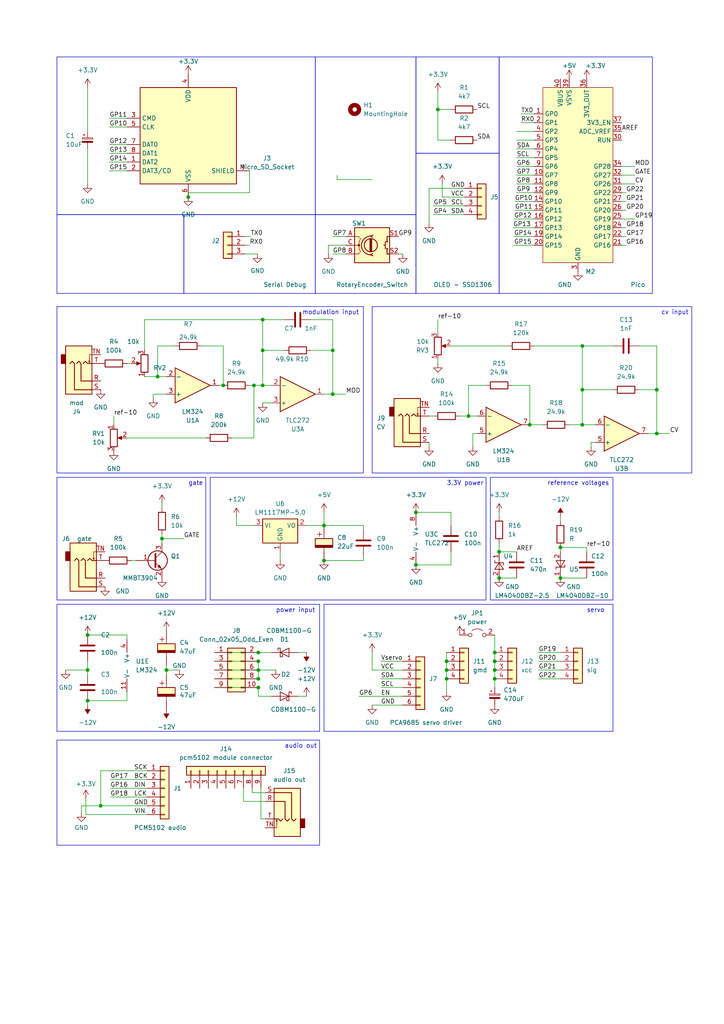
<source format=kicad_sch>
(kicad_sch (version 20230121) (generator eeschema)
  (paper "A4" portrait)
  (junction (at 143.51 194.31))
  (junction (at 74.93 191.77))
  (junction (at 74.93 199.39))
  (junction (at 76.2 111.76))
  (junction (at 143.51 196.85))
  (junction (at 54.61 57.15))
  (junction (at 129.54 196.85))
  (junction (at 168.91 113.03))
  (junction (at 162.56 167.64))
  (junction (at 96.52 101.6))
  (junction (at 129.54 194.31))
  (junction (at 129.54 191.77))
  (junction (at 74.93 194.31))
  (junction (at 74.93 196.85))
  (junction (at 48.26 194.31))
  (junction (at 168.91 123.19))
  (junction (at 190.5 125.73))
  (junction (at 162.56 158.75))
  (junction (at 144.78 167.64))
  (junction (at 93.98 152.4))
  (junction (at 73.66 111.76))
  (junction (at 153.67 123.19))
  (junction (at 76.2 101.6))
  (junction (at 25.4 184.15))
  (junction (at 168.91 100.33))
  (junction (at 144.78 160.02))
  (junction (at 143.51 189.23))
  (junction (at 74.93 189.23))
  (junction (at 25.4 194.31))
  (junction (at 25.4 203.2))
  (junction (at 64.77 111.76))
  (junction (at 45.72 109.22))
  (junction (at 29.21 233.68))
  (junction (at 127 31.75))
  (junction (at 190.5 113.03))
  (junction (at 96.52 114.3))
  (junction (at 76.2 92.71))
  (junction (at 135.89 120.65))
  (junction (at 93.98 162.56))
  (junction (at 46.99 156.21))
  (junction (at 143.51 191.77))
  (junction (at 120.65 148.59))
  (junction (at 120.65 163.83))
  (wire (pts (xy 86.36 189.23) (xy 88.9 189.23)))
  (wire (pts (xy 180.34 63.5) (xy 184.15 63.5)))
  (wire (pts (xy 23.622 233.68) (xy 23.622 235.712)))
  (wire (pts (xy 36.83 184.15) (xy 36.83 185.42)))
  (wire (pts (xy 115.57 73.66) (xy 116.84 73.66)))
  (wire (pts (xy 31.75 34.29) (xy 36.83 34.29)))
  (wire (pts (xy 50.8 100.33) (xy 45.72 100.33)))
  (wire (pts (xy 149.86 45.72) (xy 154.94 45.72)))
  (wire (pts (xy 180.34 66.04) (xy 181.61 66.04)))
  (wire (pts (xy 46.99 156.21) (xy 46.99 157.48)))
  (wire (pts (xy 149.86 43.18) (xy 154.94 43.18)))
  (wire (pts (xy 48.26 194.31) (xy 52.07 194.31)))
  (wire (pts (xy 130.81 163.83) (xy 120.65 163.83)))
  (wire (pts (xy 68.58 149.86) (xy 68.58 152.4)))
  (wire (pts (xy 171.45 129.54) (xy 171.45 128.27)))
  (wire (pts (xy 41.91 109.22) (xy 45.72 109.22)))
  (wire (pts (xy 31.75 49.53) (xy 36.83 49.53)))
  (wire (pts (xy 64.77 111.76) (xy 63.5 111.76)))
  (wire (pts (xy 24.892 231.648) (xy 24.892 236.22)))
  (wire (pts (xy 130.81 148.59) (xy 130.81 152.4)))
  (wire (pts (xy 143.51 189.23) (xy 143.51 191.77)))
  (wire (pts (xy 41.91 92.71) (xy 41.91 101.6)))
  (wire (pts (xy 190.5 100.33) (xy 190.5 113.03)))
  (wire (pts (xy 143.51 184.15) (xy 143.51 189.23)))
  (wire (pts (xy 96.52 92.71) (xy 96.52 101.6)))
  (wire (pts (xy 180.34 55.88) (xy 181.61 55.88)))
  (wire (pts (xy 105.41 162.56) (xy 93.98 162.56)))
  (wire (pts (xy 125.73 62.23) (xy 134.62 62.23)))
  (wire (pts (xy 124.46 120.65) (xy 125.73 120.65)))
  (wire (pts (xy 110.49 191.77) (xy 116.84 191.77)))
  (wire (pts (xy 75.692 228.6) (xy 75.692 237.49)))
  (wire (pts (xy 33.02 120.65) (xy 33.02 123.19)))
  (wire (pts (xy 90.17 92.71) (xy 96.52 92.71)))
  (wire (pts (xy 143.51 196.85) (xy 143.51 199.39)))
  (wire (pts (xy 48.26 193.04) (xy 48.26 194.31)))
  (wire (pts (xy 58.42 100.33) (xy 64.77 100.33)))
  (wire (pts (xy 149.86 50.8) (xy 154.94 50.8)))
  (wire (pts (xy 190.5 125.73) (xy 194.31 125.73)))
  (wire (pts (xy 180.34 68.58) (xy 181.61 68.58)))
  (wire (pts (xy 97.79 52.07) (xy 107.95 52.07)))
  (wire (pts (xy 71.12 71.12) (xy 72.39 71.12)))
  (wire (pts (xy 88.9 152.4) (xy 93.98 152.4)))
  (wire (pts (xy 156.21 194.31) (xy 162.56 194.31)))
  (wire (pts (xy 149.86 40.64) (xy 154.94 40.64)))
  (wire (pts (xy 96.52 101.6) (xy 96.52 114.3)))
  (wire (pts (xy 19.05 194.31) (xy 25.4 194.31)))
  (wire (pts (xy 143.51 194.31) (xy 143.51 196.85)))
  (wire (pts (xy 76.2 111.76) (xy 76.2 101.6)))
  (wire (pts (xy 29.21 223.52) (xy 29.21 233.68)))
  (wire (pts (xy 168.91 113.03) (xy 177.8 113.03)))
  (wire (pts (xy 135.89 120.65) (xy 138.43 120.65)))
  (wire (pts (xy 76.962 232.41) (xy 70.612 232.41)))
  (wire (pts (xy 90.17 101.6) (xy 96.52 101.6)))
  (wire (pts (xy 165.1 123.19) (xy 168.91 123.19)))
  (wire (pts (xy 171.45 128.27) (xy 172.72 128.27)))
  (wire (pts (xy 71.12 73.66) (xy 74.676 73.66)))
  (wire (pts (xy 72.39 55.88) (xy 54.61 55.88)))
  (wire (pts (xy 44.45 115.57) (xy 44.45 114.3)))
  (wire (pts (xy 144.78 160.02) (xy 149.86 160.02)))
  (wire (pts (xy 125.73 59.69) (xy 134.62 59.69)))
  (wire (pts (xy 76.2 92.71) (xy 82.55 92.71)))
  (wire (pts (xy 31.75 46.99) (xy 36.83 46.99)))
  (wire (pts (xy 107.95 194.31) (xy 116.84 194.31)))
  (wire (pts (xy 32.004 228.6) (xy 42.672 228.6)))
  (wire (pts (xy 168.91 123.19) (xy 172.72 123.19)))
  (wire (pts (xy 149.86 38.1) (xy 154.94 38.1)))
  (wire (pts (xy 29.21 233.68) (xy 42.672 233.68)))
  (wire (pts (xy 24.892 236.22) (xy 42.672 236.22)))
  (wire (pts (xy 149.098 71.12) (xy 154.94 71.12)))
  (wire (pts (xy 75.692 237.49) (xy 76.962 237.49)))
  (wire (pts (xy 162.56 149.86) (xy 162.56 151.13)))
  (wire (pts (xy 170.18 158.75) (xy 162.56 158.75)))
  (wire (pts (xy 48.26 194.31) (xy 48.26 195.58)))
  (wire (pts (xy 110.49 199.39) (xy 116.84 199.39)))
  (wire (pts (xy 151.13 33.02) (xy 154.94 33.02)))
  (wire (pts (xy 130.81 40.64) (xy 127 40.64)))
  (wire (pts (xy 149.86 48.26) (xy 154.94 48.26)))
  (wire (pts (xy 180.34 58.42) (xy 181.61 58.42)))
  (wire (pts (xy 73.152 228.6) (xy 73.152 229.87)))
  (wire (pts (xy 96.52 114.3) (xy 100.33 114.3)))
  (wire (pts (xy 130.81 160.02) (xy 130.81 163.83)))
  (wire (pts (xy 74.93 194.31) (xy 80.01 194.31)))
  (wire (pts (xy 190.5 125.73) (xy 187.96 125.73)))
  (wire (pts (xy 23.622 233.68) (xy 29.21 233.68)))
  (wire (pts (xy 127 92.71) (xy 127 96.52)))
  (wire (pts (xy 162.56 158.75) (xy 162.56 160.02)))
  (wire (pts (xy 31.75 36.83) (xy 36.83 36.83)))
  (wire (pts (xy 62.23 196.85) (xy 74.93 196.85)))
  (wire (pts (xy 72.39 111.76) (xy 73.66 111.76)))
  (wire (pts (xy 97.79 50.8) (xy 97.79 52.07)))
  (wire (pts (xy 149.86 55.88) (xy 154.94 55.88)))
  (wire (pts (xy 36.83 105.41) (xy 38.1 105.41)))
  (wire (pts (xy 128.27 53.34) (xy 128.27 57.15)))
  (wire (pts (xy 170.18 160.02) (xy 170.18 158.75)))
  (wire (pts (xy 25.4 194.31) (xy 25.4 191.77)))
  (wire (pts (xy 31.75 44.45) (xy 36.83 44.45)))
  (wire (pts (xy 46.99 156.21) (xy 53.34 156.21)))
  (wire (pts (xy 67.31 127) (xy 73.66 127)))
  (wire (pts (xy 76.2 92.71) (xy 41.91 92.71)))
  (wire (pts (xy 153.67 123.19) (xy 157.48 123.19)))
  (wire (pts (xy 45.72 100.33) (xy 45.72 109.22)))
  (wire (pts (xy 137.16 125.73) (xy 138.43 125.73)))
  (wire (pts (xy 31.75 41.91) (xy 36.83 41.91)))
  (wire (pts (xy 130.81 100.33) (xy 147.32 100.33)))
  (wire (pts (xy 149.86 53.34) (xy 154.94 53.34)))
  (wire (pts (xy 144.78 167.64) (xy 149.86 167.64)))
  (wire (pts (xy 127 26.67) (xy 127 31.75)))
  (wire (pts (xy 149.352 60.96) (xy 154.94 60.96)))
  (wire (pts (xy 180.34 53.34) (xy 184.15 53.34)))
  (wire (pts (xy 124.46 129.54) (xy 124.46 128.27)))
  (wire (pts (xy 156.21 189.23) (xy 162.56 189.23)))
  (wire (pts (xy 180.34 48.26) (xy 184.15 48.26)))
  (wire (pts (xy 44.45 114.3) (xy 48.26 114.3)))
  (wire (pts (xy 129.54 191.77) (xy 129.54 194.31)))
  (wire (pts (xy 74.93 201.93) (xy 78.74 201.93)))
  (wire (pts (xy 62.23 199.39) (xy 74.93 199.39)))
  (wire (pts (xy 76.2 101.6) (xy 82.55 101.6)))
  (wire (pts (xy 120.65 148.59) (xy 130.81 148.59)))
  (wire (pts (xy 74.93 189.23) (xy 78.74 189.23)))
  (wire (pts (xy 107.95 189.23) (xy 107.95 194.31)))
  (wire (pts (xy 110.49 196.85) (xy 116.84 196.85)))
  (wire (pts (xy 190.5 113.03) (xy 190.5 125.73)))
  (wire (pts (xy 64.77 100.33) (xy 64.77 111.76)))
  (wire (pts (xy 153.67 111.76) (xy 153.67 123.19)))
  (wire (pts (xy 151.13 35.56) (xy 154.94 35.56)))
  (wire (pts (xy 180.34 60.96) (xy 181.61 60.96)))
  (wire (pts (xy 127 31.75) (xy 127 40.64)))
  (wire (pts (xy 154.94 100.33) (xy 168.91 100.33)))
  (wire (pts (xy 93.98 152.4) (xy 105.41 152.4)))
  (wire (pts (xy 36.83 200.66) (xy 36.83 203.2)))
  (wire (pts (xy 46.99 146.05) (xy 46.99 147.32)))
  (wire (pts (xy 73.66 111.76) (xy 76.2 111.76)))
  (wire (pts (xy 95.25 71.12) (xy 95.25 73.66)))
  (wire (pts (xy 135.89 111.76) (xy 135.89 120.65)))
  (wire (pts (xy 45.72 109.22) (xy 48.26 109.22)))
  (wire (pts (xy 105.41 152.4) (xy 105.41 153.67)))
  (wire (pts (xy 38.1 162.56) (xy 39.37 162.56)))
  (wire (pts (xy 180.34 50.8) (xy 184.15 50.8)))
  (wire (pts (xy 144.78 148.59) (xy 144.78 149.86)))
  (wire (pts (xy 127 31.75) (xy 130.81 31.75)))
  (wire (pts (xy 74.93 191.77) (xy 74.93 194.31)))
  (wire (pts (xy 185.42 113.03) (xy 190.5 113.03)))
  (wire (pts (xy 168.91 100.33) (xy 168.91 113.03)))
  (wire (pts (xy 62.23 194.31) (xy 74.93 194.31)))
  (wire (pts (xy 93.98 152.4) (xy 93.98 148.59)))
  (wire (pts (xy 129.54 189.23) (xy 129.54 191.77)))
  (wire (pts (xy 73.66 152.4) (xy 68.58 152.4)))
  (wire (pts (xy 96.52 114.3) (xy 93.98 114.3)))
  (wire (pts (xy 127 104.14) (xy 127 105.41)))
  (wire (pts (xy 140.97 111.76) (xy 135.89 111.76)))
  (wire (pts (xy 149.098 68.58) (xy 154.94 68.58)))
  (wire (pts (xy 134.62 57.15) (xy 128.27 57.15)))
  (wire (pts (xy 129.54 194.31) (xy 129.54 196.85)))
  (wire (pts (xy 73.66 127) (xy 73.66 111.76)))
  (wire (pts (xy 36.83 203.2) (xy 25.4 203.2)))
  (wire (pts (xy 71.12 68.58) (xy 72.644 68.58)))
  (wire (pts (xy 124.46 54.61) (xy 124.46 64.77)))
  (wire (pts (xy 107.95 204.47) (xy 116.84 204.47)))
  (wire (pts (xy 156.21 191.77) (xy 162.56 191.77)))
  (wire (pts (xy 46.99 154.94) (xy 46.99 156.21)))
  (wire (pts (xy 76.2 116.84) (xy 78.74 116.84)))
  (wire (pts (xy 168.91 100.33) (xy 177.8 100.33)))
  (wire (pts (xy 32.004 226.06) (xy 42.672 226.06)))
  (wire (pts (xy 137.16 129.54) (xy 137.16 125.73)))
  (wire (pts (xy 36.83 184.15) (xy 25.4 184.15)))
  (wire (pts (xy 96.52 68.58) (xy 100.33 68.58)))
  (wire (pts (xy 54.61 55.88) (xy 54.61 57.15)))
  (wire (pts (xy 25.4 25.4) (xy 25.4 38.1)))
  (wire (pts (xy 70.612 232.41) (xy 70.612 228.6)))
  (wire (pts (xy 76.2 101.6) (xy 76.2 92.71)))
  (wire (pts (xy 29.21 223.52) (xy 42.672 223.52)))
  (wire (pts (xy 25.4 203.2) (xy 25.4 204.47)))
  (wire (pts (xy 148.59 111.76) (xy 153.67 111.76)))
  (wire (pts (xy 162.56 167.64) (xy 170.18 167.64)))
  (wire (pts (xy 129.54 196.85) (xy 129.54 200.66)))
  (wire (pts (xy 25.4 43.18) (xy 25.4 53.34)))
  (wire (pts (xy 104.14 201.93) (xy 116.84 201.93)))
  (wire (pts (xy 36.83 127) (xy 59.69 127)))
  (wire (pts (xy 156.21 196.85) (xy 162.56 196.85)))
  (wire (pts (xy 185.42 100.33) (xy 190.5 100.33)))
  (wire (pts (xy 96.52 73.66) (xy 100.33 73.66)))
  (wire (pts (xy 100.33 71.12) (xy 95.25 71.12)))
  (wire (pts (xy 168.91 123.19) (xy 168.91 113.03)))
  (wire (pts (xy 149.098 63.5) (xy 154.94 63.5)))
  (wire (pts (xy 124.46 54.61) (xy 134.62 54.61)))
  (wire (pts (xy 72.39 49.53) (xy 72.39 55.88)))
  (wire (pts (xy 143.51 191.77) (xy 143.51 194.31)))
  (wire (pts (xy 180.34 71.12) (xy 181.61 71.12)))
  (wire (pts (xy 86.36 201.93) (xy 88.9 201.93)))
  (wire (pts (xy 105.41 162.56) (xy 105.41 161.29)))
  (wire (pts (xy 144.78 157.48) (xy 144.78 160.02)))
  (wire (pts (xy 25.4 194.31) (xy 25.4 195.58)))
  (wire (pts (xy 73.152 229.87) (xy 76.962 229.87)))
  (wire (pts (xy 148.844 66.04) (xy 154.94 66.04)))
  (wire (pts (xy 133.35 120.65) (xy 135.89 120.65)))
  (wire (pts (xy 74.93 194.31) (xy 74.93 196.85)))
  (wire (pts (xy 74.93 201.93) (xy 74.93 199.39)))
  (wire (pts (xy 149.352 58.42) (xy 154.94 58.42)))
  (wire (pts (xy 81.28 160.02) (xy 81.28 162.56)))
  (wire (pts (xy 32.004 231.14) (xy 42.672 231.14)))
  (wire (pts (xy 76.2 111.76) (xy 78.74 111.76)))
  (wire (pts (xy 62.23 191.77) (xy 74.93 191.77)))
  (wire (pts (xy 62.23 189.23) (xy 74.93 189.23)))
  (rectangle (start 93.98 175.26) (end 177.8 212.09))
  (rectangle (start 120.65 44.45) (end 144.78 85.09))
  (rectangle (start 91.44 62.23) (end 120.65 85.09))
  (rectangle (start 16.51 16.51) (end 91.44 62.23))
  (rectangle (start 144.78 16.51) (end 189.23 85.09))
  (rectangle (start 16.51 175.26) (end 92.71 212.09))
  (rectangle (start 16.51 138.43) (end 59.69 173.99))
  (rectangle (start 120.65 16.51) (end 144.78 44.45))
  (rectangle (start 91.44 16.51) (end 120.65 62.23))
  (rectangle (start 16.51 62.23) (end 53.34 85.09))
  (rectangle (start 16.51 214.63) (end 92.71 245.11))
  (rectangle (start 60.96 138.43) (end 140.97 173.99))
  (rectangle (start 16.51 88.9) (end 105.41 137.16))
  (rectangle (start 142.24 138.43) (end 177.8 173.99))
  (rectangle (start 107.95 88.9) (end 200.66 137.16))
  (rectangle (start 53.34 62.23) (end 91.44 85.09))
  (text "cv input" (at 191.77 91.44 0) (effects (font (size 1.27 1.27)) (justify left bottom)))
  (text "3.3V power" (at 129.54 140.97 0) (effects (font (size 1.27 1.27)) (justify left bottom)))
  (text "power input" (at 80.01 177.8 0) (effects (font (size 1.27 1.27)) (justify left bottom)))
  (text "audio out" (at 82.55 217.17 0) (effects (font (size 1.27 1.27)) (justify left bottom)))
  (text "reference voltages" (at 158.75 140.97 0) (effects (font (size 1.27 1.27)) (justify left bottom)))
  (text "modulation input" (at 87.63 91.44 0) (effects (font (size 1.27 1.27)) (justify left bottom)))
  (text "gate" (at 54.61 140.97 0) (effects (font (size 1.27 1.27)) (justify left bottom)))
  (text "servo\n" (at 170.18 177.8 0) (effects (font (size 1.27 1.27)) (justify left bottom)))
  (label "GP5" (at 125.73 59.69 0))
  (label "GP19" (at 184.15 63.5 0))
  (label "GND" (at 38.862 233.68 0))
  (label "TX0" (at 72.644 68.58 0))
  (label "GP4" (at 125.73 62.23 0))
  (label "GP21" (at 156.21 194.31 0))
  (label "GP9" (at 149.86 55.88 0))
  (label "SCL" (at 149.86 45.72 0))
  (label "SCL" (at 130.81 59.69 0))
  (label "GP14" (at 31.75 46.99 0))
  (label "GP22" (at 181.61 55.88 0))
  (label "EN" (at 110.49 201.93 0))
  (label "TX0" (at 151.13 33.02 0))
  (label "GP20" (at 156.21 191.77 0))
  (label "GP16" (at 32.004 228.6 0))
  (label "ref-10" (at 33.02 120.65 0))
  (label "GP22" (at 156.21 196.85 0))
  (label "GP15" (at 149.098 71.12 0))
  (label "SCL" (at 138.43 31.75 0))
  (label "RX0" (at 72.39 71.12 0))
  (label "SDA" (at 149.86 43.18 0))
  (label "BCK" (at 38.862 226.06 0))
  (label "GP8" (at 149.86 53.34 0))
  (label "GND" (at 110.49 204.47 0))
  (label "GP7" (at 149.86 50.8 0))
  (label "GND" (at 130.81 54.61 0))
  (label "GP12" (at 31.75 41.91 0))
  (label "GP10" (at 31.75 36.83 0))
  (label "GP21" (at 181.61 58.42 0))
  (label "GP17" (at 32.004 226.06 0))
  (label "MOD" (at 184.15 48.26 0))
  (label "DIN" (at 38.862 228.6 0))
  (label "Vservo" (at 110.49 191.77 0))
  (label "GP14" (at 149.098 68.58 0))
  (label "GP7" (at 96.52 68.58 0))
  (label "GP9" (at 115.57 68.58 0))
  (label "AREF" (at 180.34 38.1 0))
  (label "ref-10" (at 127 92.71 0))
  (label "GP11" (at 31.75 34.29 0))
  (label "GATE" (at 184.15 50.8 0))
  (label "GP6" (at 149.86 48.26 0))
  (label "VIN" (at 38.9748 236.22 0))
  (label "LCK" (at 38.862 231.14 0))
  (label "VCC" (at 110.49 194.31 0))
  (label "MOD" (at 100.33 114.3 0))
  (label "GP19" (at 156.21 189.23 0))
  (label "GP16" (at 181.61 71.12 0))
  (label "GP20" (at 181.61 60.96 0))
  (label "ref-10" (at 170.18 158.75 0))
  (label "GP10" (at 149.352 58.42 0))
  (label "GP13" (at 31.75 44.45 0))
  (label "GATE" (at 53.34 156.21 0))
  (label "SDA" (at 138.43 40.64 0))
  (label "CV" (at 194.31 125.73 0))
  (label "SDA" (at 110.49 196.85 0))
  (label "SDA" (at 130.81 62.23 0))
  (label "SCK" (at 38.862 223.52 0))
  (label "GP15" (at 31.75 49.53 0))
  (label "GP17" (at 181.61 68.58 0))
  (label "AREF" (at 149.86 160.02 0))
  (label "GP18" (at 32.004 231.14 0))
  (label "GP12" (at 149.098 63.5 0))
  (label "RX0" (at 151.13 35.56 0))
  (label "CV" (at 184.15 53.34 0))
  (label "GP6" (at 104.14 201.93 0))
  (label "GP13" (at 148.844 66.04 0))
  (label "VCC" (at 130.81 57.15 0))
  (label "GP11" (at 149.352 60.96 0))
  (label "GP8" (at 96.52 73.66 0))
  (label "SCL" (at 110.49 199.39 0))
  (label "GP18" (at 181.61 66.04 0))
  (symbol (lib_id "power:-12V") (at 25.4 204.47 180) (unit 1)
    (property "Reference" "#PWR020" (effects hide))
    (property "Value" "-12V" (at 25.4 209.55 0))
  )
  (symbol (lib_id "power:GND") (at 52.07 194.31 0) (unit 1)
    (property "Reference" "#PWR029" (effects hide))
    (property "Value" "GND" (at 52.07 193.04 0))
  )
  (symbol (lib_id "power:GND") (at 44.45 115.57 0) (unit 1)
    (property "Reference" "#PWR024" (effects hide))
    (property "Value" "GND" (at 44.45 120.65 0))
  )
  (symbol (lib_id "power:GND") (at 29.21 113.03 0) (unit 1)
    (property "Reference" "#PWR021" (effects hide))
    (property "Value" "GND" (at 29.21 118.11 0))
  )
  (symbol (lib_id "Device:R") (at 134.62 31.75 90) (unit 1)
    (property "Reference" "R1" (at 134.62 25.4 90))
    (property "Value" "4k7" (at 134.62 27.94 90))
    (property "Footprint" "Resistor_SMD:R_1206_3216Metric_Pad1.30x1.75mm_HandSolder" (effects hide))
  )
  (symbol (lib_id "Amplifier_Operational:TLC272") (at 86.36 114.3 0) (mirror x) (unit 1)
    (property "Reference" "U3" (at 86.36 124.46 0))
    (property "Value" "TLC272" (at 86.36 121.92 0))
    (property "Footprint" "fab:SOIC-8_3.9x4.9mm_P1.27mm" (effects hide))
    (property "Datasheet" "http://www.ti.com/lit/ds/symlink/tlc272.pdf" (effects hide))
  )
  (symbol (lib_id "fab:CP_Elec_D6.3mm_H6.1mm") (at 48.26 200.66 0) (unit 1)
    (property "Reference" "C5" (at 52.07 199.39 0) (effects (justify left)))
    (property "Value" "47uF" (at 52.07 201.6125 0) (effects (justify left)))
    (property "Footprint" "fab:CP_Elec_D6.3mm_H6.1mm" (effects hide))
    (property "Datasheet" "https://api.pim.na.industrial.panasonic.com/file_stream/main/fileversion/19782" (effects hide))
  )
  (symbol (lib_id "fab:Diode_Schottky_MiniSMA") (at 82.55 201.93 0) (mirror y) (unit 1)
    (property "Reference" "D2" (at 82.8675 195.58 0))
    (property "Value" "CDBM1100-G" (at 85.09 205.74 0))
    (property "Footprint" "fab:SOD-123T" (effects hide))
    (property "Datasheet" "https://www.st.com/content/ccc/resource/technical/document/datasheet/c6/32/d4/4a/28/d3/4b/11/CD00004930.pdf/files/CD00004930.pdf/jcr:content/translations/en.CD00004930.pdf" (effects hide))
  )
  (symbol (lib_id "Device:C") (at 149.86 163.83 0) (unit 1)
    (property "Reference" "C11" (at 153.67 162.56 0) (effects (justify left)))
    (property "Value" "470n" (at 153.67 165.1 0) (effects (justify left)))
    (property "Footprint" "fab:C_1206" (effects hide))
  )
  (symbol (lib_id "Connector_Generic:Conn_01x04") (at 148.59 191.77 0) (unit 1)
    (property "Reference" "J12" (at 151.13 191.77 0) (effects (justify left)))
    (property "Value" "vcc" (at 151.13 194.31 0) (effects (justify left)))
    (property "Footprint" "Connector_PinHeader_2.54mm:PinHeader_1x04_P2.54mm_Vertical" (effects hide))
  )
  (symbol (lib_id "Connector_Generic:Conn_01x04") (at 139.7 57.15 0) (unit 1)
    (property "Reference" "J5" (at 142.24 57.15 0) (effects (justify left)))
    (property "Value" "OLED - SSD1306" (at 125.73 82.55 0) (effects (justify left)))
    (property "Footprint" "Connector_PinHeader_2.54mm:PinHeader_1x04_P2.54mm_Vertical" (effects hide))
  )
  (symbol (lib_id "Device:R") (at 68.58 111.76 90) (unit 1)
    (property "Reference" "R9" (at 68.58 105.41 90))
    (property "Value" "24.9k" (at 68.58 107.95 90))
    (property "Footprint" "fab:R_1206" (effects hide))
  )
  (symbol (lib_id "Amplifier_Operational:TLC272") (at 123.19 156.21 0) (unit 3)
    (property "Reference" "U3" (at 123.19 154.94 0) (effects (justify left)))
    (property "Value" "TLC272" (at 123.19 157.48 0) (effects (justify left)))
    (property "Footprint" "fab:SOIC-8_3.9x4.9mm_P1.27mm" (effects hide))
    (property "Datasheet" "http://www.ti.com/lit/ds/symlink/tlc272.pdf" (effects hide))
  )
  (symbol (lib_id "power:GND") (at 93.98 162.56 0) (unit 1)
    (property "Reference" "#PWR038" (effects hide))
    (property "Value" "GND" (at 93.98 167.64 0))
  )
  (symbol (lib_id "power:GND") (at 144.78 167.64 0) (unit 1)
    (property "Reference" "#PWR051" (effects hide))
    (property "Value" "GND" (at 148.59 170.18 0))
  )
  (symbol (lib_id "power:-12V") (at 162.56 149.86 0) (mirror y) (unit 1)
    (property "Reference" "#PWR052" (effects hide))
    (property "Value" "-12V" (at 162.56 144.78 0))
  )
  (symbol (lib_id "Jumper:Jumper_2_Open") (at 138.43 184.15 0) (unit 1)
    (property "Reference" "JP1" (at 138.43 177.8 0))
    (property "Value" "power" (at 138.43 180.34 0))
    (property "Footprint" "Jumper:SolderJumper-2_P1.3mm_Bridged_RoundedPad1.0x1.5mm" (effects hide))
  )
  (symbol (lib_id "fab:CP_Elec_D6.3mm_H6.1mm") (at 48.26 187.96 0) (unit 1)
    (property "Reference" "C4" (at 52.07 186.3725 0) (effects (justify left)))
    (property "Value" "47uF" (at 52.07 188.9125 0) (effects (justify left)))
    (property "Footprint" "fab:CP_Elec_D6.3mm_H6.1mm" (effects hide))
    (property "Datasheet" "https://api.pim.na.industrial.panasonic.com/file_stream/main/fileversion/19782" (effects hide))
  )
  (symbol (lib_id "power:GND") (at 46.99 167.64 0) (unit 1)
    (property "Reference" "#PWR026" (effects hide))
    (property "Value" "GND" (at 46.99 172.72 0))
  )
  (symbol (lib_id "Device:R") (at 161.29 123.19 90) (unit 1)
    (property "Reference" "R18" (at 161.29 116.84 90))
    (property "Value" "24.9k" (at 161.29 119.38 90))
    (property "Footprint" "fab:R_1206" (effects hide))
  )
  (symbol (lib_id "Device:C_Polarized_Small") (at 143.51 201.93 0) (unit 1)
    (property "Reference" "C14" (at 146.05 200.1139 0) (effects (justify left)))
    (property "Value" "470uF" (at 146.05 202.6539 0) (effects (justify left)))
    (property "Footprint" "fab:CP_Elec_D8.0mm" (effects hide))
  )
  (symbol (lib_id "power:-12V") (at 88.9 189.23 0) (mirror x) (unit 1)
    (property "Reference" "#PWR035" (effects hide))
    (property "Value" "-12V" (at 88.9 194.31 0))
  )
  (symbol (lib_id "Device:C_Polarized_Small") (at 25.4 40.64 0) (unit 1)
    (property "Reference" "C1" (at 19.05 39.37 0) (effects (justify left)))
    (property "Value" "10uF" (at 19.05 41.91 0) (effects (justify left)))
    (property "Footprint" "fab:C_1206" (effects hide))
  )
  (symbol (lib_id "power:GND") (at 74.676 73.66 0) (unit 1)
    (property "Reference" "#PWR02" (effects hide))
    (property "Value" "GND" (at 74.676 78.486 0))
  )
  (symbol (lib_id "power:GND") (at 81.28 162.56 0) (unit 1)
    (property "Reference" "#PWR034" (effects hide))
    (property "Value" "GND" (at 81.28 167.64 0))
  )
  (symbol (lib_id "power:GND") (at 127 105.41 0) (unit 1)
    (property "Reference" "#PWR048" (effects hide))
    (property "Value" "GND" (at 127 110.49 0))
  )
  (symbol (lib_id "power:+12V") (at 48.26 182.88 0) (unit 1)
    (property "Reference" "#PWR027" (effects hide))
    (property "Value" "+12V" (at 48.26 177.8 0))
  )
  (symbol (lib_id "Connector_Audio:AudioJack3_SwitchT") (at 82.042 232.41 0) (mirror y) (unit 1)
    (property "Reference" "J15" (at 83.947 223.52 0))
    (property "Value" "audio out" (at 83.947 226.06 0))
    (property "Footprint" "AudioJacks:Jack_3.5mm_QingPu_WQP-PJ3410_Vertical" (effects hide))
  )
  (symbol (lib_id "power:GND") (at 23.622 235.712 0) (unit 1)
    (property "Reference" "#PWR03" (effects hide))
    (property "Value" "GND" (at 23.622 240.03 0))
  )
  (symbol (lib_id "power:+3.3V") (at 170.18 22.86 0) (unit 1)
    (property "Reference" "#PWR01" (effects hide))
    (property "Value" "+3.3V" (at 172.72 19.05 0))
  )
  (symbol (lib_id "Device:R") (at 54.61 100.33 90) (unit 1)
    (property "Reference" "R7" (at 54.61 93.98 90))
    (property "Value" "24.9k" (at 54.61 97.79 90))
    (property "Footprint" "fab:R_1206" (effects hide))
  )
  (symbol (lib_id "power:GND") (at 137.16 129.54 0) (unit 1)
    (property "Reference" "#PWR049" (effects hide))
    (property "Value" "GND" (at 137.16 134.62 0))
  )
  (symbol (lib_id "power:+3.3V") (at 25.4 25.4 0) (unit 1)
    (property "Reference" "#PWR015" (effects hide))
    (property "Value" "+3.3V" (at 25.4 20.32 0))
  )
  (symbol (lib_id "power:+3.3V") (at 144.78 148.59 0) (unit 1)
    (property "Reference" "#PWR050" (effects hide))
    (property "Value" "+3.3V" (at 144.78 143.51 0))
  )
  (symbol (lib_id "Device:R") (at 86.36 101.6 90) (unit 1)
    (property "Reference" "R10" (at 87.63 104.14 90))
    (property "Value" "49.9k" (at 82.55 104.14 90))
    (property "Footprint" "fab:R_1206" (effects hide))
  )
  (symbol (lib_id "Device:C") (at 25.4 199.39 0) (unit 1)
    (property "Reference" "C3" (at 29.21 195.58 0) (effects (justify left)))
    (property "Value" "100n" (at 29.21 200.66 0) (effects (justify left)))
    (property "Footprint" "fab:C_1206" (effects hide))
  )
  (symbol (lib_id "Connector_Generic:Conn_01x06") (at 47.752 228.6 0) (unit 1)
    (property "Reference" "J1" (at 50.292 228.6 0) (effects (justify left)))
    (property "Value" "PCM5102 audio" (at 38.862 240.03 0) (effects (justify left)))
    (property "Footprint" "Connector_PinHeader_2.54mm:PinHeader_1x06_P2.54mm_Vertical" (effects hide))
  )
  (symbol (lib_id "Device:R") (at 144.78 153.67 0) (unit 1)
    (property "Reference" "R16" (at 147.32 152.4 0) (effects (justify left)))
    (property "Value" "1k" (at 147.32 154.94 0) (effects (justify left)))
    (property "Footprint" "fab:R_1206" (effects hide))
  )
  (symbol (lib_id "Device:C") (at 105.41 157.48 0) (unit 1)
    (property "Reference" "C9" (at 109.22 156.21 0) (effects (justify left)))
    (property "Value" "100n" (at 109.22 158.75 0) (effects (justify left)))
    (property "Footprint" "fab:C_1206" (effects hide))
  )
  (symbol (lib_id "Connector_Generic:Conn_01x06") (at 121.92 196.85 0) (unit 1)
    (property "Reference" "J7" (at 124.46 196.85 0) (effects (justify left)))
    (property "Value" "PCA9685 servo driver" (at 113.03 209.55 0) (effects (justify left)))
    (property "Footprint" "Connector_IDC:IDC-Header_2x03_P2.54mm_Vertical" (effects hide))
  )
  (symbol (lib_id "Device:R") (at 151.13 100.33 90) (unit 1)
    (property "Reference" "R17" (at 151.13 93.98 90))
    (property "Value" "120k" (at 151.13 96.52 90))
    (property "Footprint" "fab:R_1206" (effects hide))
  )
  (symbol (lib_id "power:+12V") (at 25.4 184.15 0) (unit 1)
    (property "Reference" "#PWR019" (effects hide))
    (property "Value" "+12V" (at 25.4 179.07 0))
  )
  (symbol (lib_id "Device:C") (at 181.61 100.33 90) (unit 1)
    (property "Reference" "C13" (at 181.61 92.71 90))
    (property "Value" "1nF" (at 181.61 95.25 90))
    (property "Footprint" "fab:C_1206" (effects hide))
  )
  (symbol (lib_id "Device:R") (at 144.78 111.76 90) (unit 1)
    (property "Reference" "R15" (at 144.78 105.41 90))
    (property "Value" "24.9k" (at 144.78 107.95 90))
    (property "Footprint" "fab:R_1206" (effects hide))
  )
  (symbol (lib_id "power:GND") (at 116.84 73.66 0) (unit 1)
    (property "Reference" "#PWR012" (effects hide))
    (property "Value" "GND" (at 116.84 78.74 0))
  )
  (symbol (lib_id "Device:R") (at 134.62 40.64 90) (unit 1)
    (property "Reference" "R2" (at 134.62 34.29 90))
    (property "Value" "4k7" (at 134.62 36.83 90))
    (property "Footprint" "Resistor_SMD:R_1206_3216Metric_Pad1.30x1.75mm_HandSolder" (effects hide))
  )
  (symbol (lib_id "power:+5V") (at 165.1 22.86 0) (unit 1)
    (property "Reference" "#PWR039" (effects hide))
    (property "Value" "+5V" (at 165.1 19.05 0))
  )
  (symbol (lib_id "Device:C") (at 130.81 156.21 0) (unit 1)
    (property "Reference" "C10" (at 134.62 154.94 0) (effects (justify left)))
    (property "Value" "100n" (at 134.62 157.48 0) (effects (justify left)))
    (property "Footprint" "fab:C_1206" (effects hide))
  )
  (symbol (lib_id "power:GND") (at 171.45 129.54 0) (unit 1)
    (property "Reference" "#PWR054" (effects hide))
    (property "Value" "GND" (at 171.45 134.62 0))
  )
  (symbol (lib_id "Connector_Generic:Conn_01x04") (at 134.62 191.77 0) (unit 1)
    (property "Reference" "J11" (at 137.16 191.77 0) (effects (justify left)))
    (property "Value" "gmd" (at 137.16 194.31 0) (effects (justify left)))
    (property "Footprint" "Connector_PinHeader_2.54mm:PinHeader_1x04_P2.54mm_Vertical" (effects hide))
  )
  (symbol (lib_id "Device:R") (at 46.99 151.13 0) (unit 1)
    (property "Reference" "R6" (at 49.53 149.86 0) (effects (justify left)))
    (property "Value" "10k" (at 49.53 152.4 0) (effects (justify left)))
    (property "Footprint" "fab:R_1206" (effects hide))
  )
  (symbol (lib_id "power:GND") (at 95.25 73.66 0) (unit 1)
    (property "Reference" "#PWR07" (effects hide))
    (property "Value" "GND" (at 95.25 78.74 0))
  )
  (symbol (lib_id "power:GND") (at 33.02 130.81 0) (unit 1)
    (property "Reference" "#PWR023" (effects hide))
    (property "Value" "GND" (at 33.02 135.89 0))
  )
  (symbol (lib_id "Device:C") (at 170.18 163.83 0) (unit 1)
    (property "Reference" "C12" (at 171.45 161.29 0) (effects (justify left)))
    (property "Value" "100n" (at 171.45 166.37 0) (effects (justify left)))
    (property "Footprint" "fab:C_1206" (effects hide))
  )
  (symbol (lib_id "Device:R") (at 162.56 154.94 0) (unit 1)
    (property "Reference" "R19" (at 165.1 153.67 0) (effects (justify left)))
    (property "Value" "R" (at 165.1 156.21 0) (effects (justify left)))
    (property "Footprint" "fab:R_1206" (effects hide))
  )
  (symbol (lib_id "power:GND") (at 76.2 116.84 0) (unit 1)
    (property "Reference" "#PWR032" (effects hide))
    (property "Value" "GND" (at 76.2 121.92 0))
  )
  (symbol (lib_id "Transistor_BJT:MMBT3904") (at 44.45 162.56 0) (unit 1)
    (property "Reference" "Q1" (at 49.53 161.29 0) (effects (justify left)))
    (property "Value" "MMBT3904" (at 35.56 167.64 0) (effects (justify left)))
    (property "Footprint" "Package_TO_SOT_SMD:SOT-23" (effects hide))
    (property "Datasheet" "https://www.onsemi.com/pdf/datasheet/pzt3904-d.pdf" (effects hide))
  )
  (symbol (lib_id "power:GND") (at 143.51 204.47 0) (unit 1)
    (property "Reference" "#PWR017" (effects hide))
    (property "Value" "GND" (at 143.51 209.55 0))
  )
  (symbol (lib_id "Connector_Audio:AudioJack3_SwitchT") (at 119.38 125.73 0) (mirror x) (unit 1)
    (property "Reference" "J9" (at 111.76 121.285 0) (effects (justify right)))
    (property "Value" "CV" (at 111.76 123.825 0) (effects (justify right)))
    (property "Footprint" "AudioJacks:Jack_3.5mm_QingPu_WQP-PJ3410_Vertical" (effects hide))
  )
  (symbol (lib_id "Connector_Generic:Conn_01x04") (at 167.64 191.77 0) (unit 1)
    (property "Reference" "J13" (at 170.18 191.77 0) (effects (justify left)))
    (property "Value" "sig" (at 170.18 194.31 0) (effects (justify left)))
    (property "Footprint" "Connector_PinHeader_2.54mm:PinHeader_1x04_P2.54mm_Vertical" (effects hide))
  )
  (symbol (lib_id "power:+5V") (at 93.98 148.59 0) (unit 1)
    (property "Reference" "#PWR037" (effects hide))
    (property "Value" "+5V" (at 93.98 143.51 0))
  )
  (symbol (lib_id "Device:R_Potentiometer") (at 41.91 105.41 180) (unit 1)
    (property "Reference" "RV2" (at 44.45 106.68 0) (effects (justify right)))
    (property "Value" "10k" (at 36.83 99.06 0) (effects (justify right)))
    (property "Footprint" "Potentiometer_THT:Potentiometer_Alps_RK09K_Single_Vertical" (effects hide))
  )
  (symbol (lib_id "power:GND") (at 167.64 78.74 0) (unit 1)
    (property "Reference" "#PWR010" (effects hide))
    (property "Value" "GND" (at 163.83 82.55 0))
  )
  (symbol (lib_id "Device:C") (at 25.4 187.96 0) (unit 1)
    (property "Reference" "C2" (at 29.21 184.15 0) (effects (justify left)))
    (property "Value" "100n" (at 29.21 189.23 0) (effects (justify left)))
    (property "Footprint" "fab:C_1206" (effects hide))
  )
  (symbol (lib_id "Connector_Generic:Conn_01x03") (at 66.04 71.12 0) (mirror y) (unit 1)
    (property "Reference" "J2" (at 63.754 69.85 0) (effects (justify left)))
    (property "Value" "Serial Debug" (at 88.9 82.55 0) (effects (justify left)))
    (property "Footprint" "Connector_PinHeader_2.54mm:PinHeader_1x03_P2.54mm_Vertical" (effects hide))
  )
  (symbol (lib_id "power:+3.3V") (at 46.99 146.05 0) (unit 1)
    (property "Reference" "#PWR025" (effects hide))
    (property "Value" "+3.3V" (at 46.99 140.97 0))
  )
  (symbol (lib_id "power:-12V") (at 48.26 205.74 180) (unit 1)
    (property "Reference" "#PWR028" (effects hide))
    (property "Value" "-12V" (at 48.26 210.82 0))
  )
  (symbol (lib_id "Device:C") (at 86.36 92.71 90) (mirror x) (unit 1)
    (property "Reference" "C7" (at 83.82 95.25 90))
    (property "Value" "1nF" (at 90.17 95.25 90))
    (property "Footprint" "fab:C_1206" (effects hide))
  )
  (symbol (lib_id "Device:R") (at 181.61 113.03 90) (unit 1)
    (property "Reference" "R20" (at 181.61 106.68 90))
    (property "Value" "24.9k" (at 181.61 109.22 90))
    (property "Footprint" "fab:R_1206" (effects hide))
  )
  (symbol (lib_id "power:GND") (at 80.01 194.31 0) (unit 1)
    (property "Reference" "#PWR033" (effects hide))
    (property "Value" "GND" (at 80.01 199.39 0))
  )
  (symbol (lib_id "power:+3.3V") (at 24.892 231.648 0) (unit 1)
    (property "Reference" "#PWR04" (effects hide))
    (property "Value" "+3.3V" (at 24.892 227.33 0))
  )
  (symbol (lib_id "power:GND") (at 120.65 163.83 0) (unit 1)
    (property "Reference" "#PWR044" (effects hide))
    (property "Value" "GND" (at 120.65 168.91 0))
  )
  (symbol (lib_id "power:+12V") (at 88.9 201.93 0) (unit 1)
    (property "Reference" "#PWR036" (effects hide))
    (property "Value" "+12V" (at 88.9 196.85 0))
  )
  (symbol (lib_id "power:GND") (at 19.05 194.31 0) (unit 1)
    (property "Reference" "#PWR018" (effects hide))
    (property "Value" "GND" (at 19.05 199.39 0))
  )
  (symbol (lib_id "Amplifier_Operational:LM324") (at 39.37 193.04 0) (unit 5)
    (property "Reference" "U1" (at 39.37 191.77 0) (effects (justify left)))
    (property "Value" "LM324" (at 39.37 194.31 0) (effects (justify left)))
    (property "Footprint" "fab:SOIC-14_3.9x8.7mm_P1.27mm" (effects hide))
    (property "Datasheet" "http://www.ti.com/lit/ds/symlink/lm2902-n.pdf" (effects hide))
  )
  (symbol (lib_id "Connector_Audio:AudioJack3_SwitchT") (at 25.4 167.64 0) (mirror x) (unit 1)
    (property "Reference" "J6" (at 20.32 156.21 0) (effects (justify right)))
    (property "Value" "gate" (at 26.67 156.21 0) (effects (justify right)))
    (property "Footprint" "AudioJacks:Jack_3.5mm_QingPu_WQP-PJ3410_Vertical" (effects hide))
  )
  (symbol (lib_id "power:GND") (at 25.4 53.34 0) (unit 1)
    (property "Reference" "#PWR014" (effects hide))
    (property "Value" "GND" (at 25.4 58.42 0))
  )
  (symbol (lib_id "power:GND") (at 124.46 129.54 0) (unit 1)
    (property "Reference" "#PWR047" (effects hide))
    (property "Value" "GND" (at 124.46 134.62 0))
  )
  (symbol (lib_id "fab:Diode_Schottky_MiniSMA") (at 82.55 189.23 0) (unit 1)
    (property "Reference" "D1" (at 82.55 185.42 0))
    (property "Value" "CDBM1100-G" (at 83.82 182.88 0))
    (property "Footprint" "fab:SOD-123T" (effects hide))
    (property "Datasheet" "https://www.st.com/content/ccc/resource/technical/document/datasheet/c6/32/d4/4a/28/d3/4b/11/CD00004930.pdf/files/CD00004930.pdf/jcr:content/translations/en.CD00004930.pdf" (effects hide))
  )
  (symbol (lib_id "power:GND") (at 54.61 57.15 0) (unit 1)
    (property "Reference" "#PWR042" (effects hide))
    (property "Value" "GND" (at 54.61 62.23 0))
  )
  (symbol (lib_id "power:+5V") (at 133.35 184.15 0) (unit 1)
    (property "Reference" "#PWR040" (effects hide))
    (property "Value" "+5V" (at 133.35 179.07 0))
  )
  (symbol (lib_id "fab:CP_Elec_D6.3mm_H6.1mm") (at 93.98 157.48 0) (unit 1)
    (property "Reference" "C8" (at 97.79 155.8925 0) (effects (justify left)))
    (property "Value" "22uF" (at 97.79 158.4325 0) (effects (justify left)))
    (property "Footprint" "fab:CP_Elec_D6.3mm_H6.1mm" (effects hide))
    (property "Datasheet" "https://api.pim.na.industrial.panasonic.com/file_stream/main/fileversion/19782" (effects hide))
  )
  (symbol (lib_id "Amplifier_Operational:LM324") (at 146.05 123.19 0) (mirror x) (unit 2)
    (property "Reference" "U1" (at 146.05 133.35 0))
    (property "Value" "LM324" (at 146.05 130.81 0))
    (property "Footprint" "fab:SOIC-14_3.9x8.7mm_P1.27mm" (effects hide))
    (property "Datasheet" "http://www.ti.com/lit/ds/symlink/lm2902-n.pdf" (effects hide))
  )
  (symbol (lib_id "Reference_Voltage:LM4040DBZ-10") (at 162.56 163.83 90) (mirror x) (unit 1)
    (property "Reference" "U5" (at 165.1 165.1 90) (effects (justify right)))
    (property "Value" "LM4040DBZ-10" (at 161.29 172.72 90) (effects (justify right)))
    (property "Footprint" "Package_TO_SOT_SMD:SOT-23" (effects hide))
    (property "Datasheet" "http://www.ti.com/lit/ds/symlink/lm4040-n.pdf" (effects hide))
  )
  (symbol (lib_id "Device:R") (at 63.5 127 90) (unit 1)
    (property "Reference" "R8" (at 63.5 120.65 90))
    (property "Value" "200k" (at 63.5 123.19 90))
    (property "Footprint" "fab:R_1206" (effects hide))
  )
  (symbol (lib_id "power:+3.3V") (at 54.61 21.59 0) (unit 1)
    (property "Reference" "#PWR041" (effects hide))
    (property "Value" "+3.3V" (at 54.61 17.78 0))
  )
  (symbol (lib_id "Amplifier_Operational:LM324") (at 55.88 111.76 0) (mirror x) (unit 1)
    (property "Reference" "U1" (at 55.88 121.92 0))
    (property "Value" "LM324" (at 55.88 119.38 0))
    (property "Footprint" "fab:SOIC-14_3.9x8.7mm_P1.27mm" (effects hide))
    (property "Datasheet" "http://www.ti.com/lit/ds/symlink/lm2902-n.pdf" (effects hide))
  )
  (symbol (lib_id "Device:R") (at 33.02 105.41 90) (unit 1)
    (property "Reference" "R4" (at 33.02 99.06 90))
    (property "Value" "100k" (at 33.02 101.6 90))
    (property "Footprint" "fab:R_1206" (effects hide))
  )
  (symbol (lib_id "Device:RotaryEncoder_Switch") (at 107.95 71.12 0) (unit 1)
    (property "Reference" "SW1" (at 104.14 64.77 0))
    (property "Value" "RotaryEncoder_Switch" (at 107.95 82.55 0))
    (property "Footprint" "Rotary_Encoder:RotaryEncoder_Alps_EC11E-Switch_Vertical_H20mm" (effects hide))
  )
  (symbol (lib_id "Amplifier_Operational:TLC272") (at 180.34 125.73 0) (mirror x) (unit 2)
    (property "Reference" "U3" (at 180.34 135.89 0))
    (property "Value" "TLC272" (at 180.34 133.35 0))
    (property "Footprint" "fab:SOIC-8_3.9x4.9mm_P1.27mm" (effects hide))
    (property "Datasheet" "http://www.ti.com/lit/ds/symlink/tlc272.pdf" (effects hide))
  )
  (symbol (lib_id "power:+3.3V") (at 128.27 53.34 0) (unit 1)
    (property "Reference" "#PWR05" (effects hide))
    (property "Value" "+3.3V" (at 128.27 48.26 0))
  )
  (symbol (lib_id "power:GND") (at 129.54 200.66 0) (unit 1)
    (property "Reference" "#PWR016" (effects hide))
    (property "Value" "GND" (at 129.54 205.74 0))
  )
  (symbol (lib_id "Device:R_Potentiometer") (at 33.02 127 0) (unit 1)
    (property "Reference" "RV1" (at 30.48 125.73 0) (effects (justify right)))
    (property "Value" "10k" (at 30.48 128.27 0) (effects (justify right)))
    (property "Footprint" "Potentiometer_THT:Potentiometer_Alps_RK09K_Single_Vertical" (effects hide))
  )
  (symbol (lib_id "Mechanical:MountingHole") (at 102.87 31.75 0) (unit 1)
    (property "Reference" "H1" (at 105.41 30.48 0) (effects (justify left)))
    (property "Value" "MountingHole" (at 105.41 33.02 0) (effects (justify left)))
    (property "Footprint" "fab:MountingHole_3mm" (effects hide))
  )
  (symbol (lib_id "power:+12V") (at 68.58 149.86 0) (unit 1)
    (property "Reference" "#PWR030" (effects hide))
    (property "Value" "+12V" (at 68.58 144.78 0))
  )
  (symbol (lib_id "Device:R") (at 129.54 120.65 90) (unit 1)
    (property "Reference" "R14" (at 129.54 114.3 90))
    (property "Value" "100k" (at 129.54 116.84 90))
    (property "Footprint" "fab:R_1206" (effects hide))
  )
  (symbol (lib_id "fab:Micro_SD_Socket") (at 54.61 39.37 0) (unit 1)
    (property "Reference" "J3" (at 77.47 45.8821 0))
    (property "Value" "Micro_SD_Socket" (at 77.47 48.4221 0))
    (property "Footprint" "fab:MicroSD_Amphenol_114-00841-68" (effects hide))
    (property "Datasheet" "http://www.ti.com/lit/ds/symlink/opa188.pdf" (effects hide))
  )
  (symbol (lib_id "power:GND") (at 30.48 170.18 0) (unit 1)
    (property "Reference" "#PWR022" (effects hide))
    (property "Value" "GND" (at 35.56 171.45 0))
  )
  (symbol (lib_id "Connector_Generic:Conn_01x09") (at 65.532 223.52 90) (unit 1)
    (property "Reference" "J14" (at 65.532 217.17 90))
    (property "Value" "pcm5102 module connector" (at 65.532 219.71 90))
    (property "Footprint" "Connector_PinHeader_2.54mm:PinHeader_1x09_P2.54mm_Vertical" (effects hide))
  )
  (symbol (lib_id "power:GND") (at 124.46 64.77 0) (unit 1)
    (property "Reference" "#PWR06" (effects hide))
    (property "Value" "GND" (at 124.46 69.85 0))
  )
  (symbol (lib_id "Regulator_Linear:LM1117MP-5.0") (at 81.28 152.4 0) (unit 1)
    (property "Reference" "U6" (at 81.28 146.05 0))
    (property "Value" "LM1117MP-5.0" (at 81.28 148.59 0))
    (property "Footprint" "Package_TO_SOT_SMD:SOT-223-3_TabPin2" (effects hide))
    (property "Datasheet" "http://www.ti.com/lit/ds/symlink/lm1117.pdf" (effects hide))
  )
  (symbol (lib_id "power:GND") (at 162.56 167.64 0) (unit 1)
    (property "Reference" "#PWR053" (effects hide))
    (property "Value" "GND" (at 166.37 170.18 0))
  )
  (symbol (lib_id "Connector_Audio:AudioJack3_SwitchT") (at 24.13 110.49 0) (mirror x) (unit 1)
    (property "Reference" "J4" (at 22.225 119.38 0))
    (property "Value" "mod" (at 22.225 116.84 0))
    (property "Footprint" "AudioJacks:Jack_3.5mm_QingPu_WQP-PJ3410_Vertical" (effects hide))
  )
  (symbol (lib_id "Device:R_Potentiometer") (at 127 100.33 0) (mirror x) (unit 1)
    (property "Reference" "RV3" (at 124.46 101.6 0) (effects (justify right)))
    (property "Value" "10k" (at 124.46 99.06 0) (effects (justify right)))
    (property "Footprint" "Potentiometer_THT:Potentiometer_Alps_RK09K_Single_Vertical" (effects hide))
  )
  (symbol (lib_id "power:+3.3V") (at 127 26.67 0) (unit 1)
    (property "Reference" "#PWR011" (effects hide))
    (property "Value" "+3.3V" (at 127 21.59 0))
  )
  (symbol (lib_id "Connector_Generic:Conn_02x05_Odd_Even") (at 67.31 194.31 0) (unit 1)
    (property "Reference" "J8" (at 68.58 182.88 0))
    (property "Value" "Conn_02x05_Odd_Even" (at 68.58 185.42 0))
    (property "Footprint" "Connector_IDC:IDC-Header_2x05_P2.54mm_Vertical" (effects hide))
  )
  (symbol (lib_id "Device:R") (at 34.29 162.56 270) (unit 1)
    (property "Reference" "R5" (at 34.29 156.21 90))
    (property "Value" "100k" (at 34.29 158.75 90))
    (property "Footprint" "fab:R_1206" (effects hide))
  )
  (symbol (lib_id "Reference_Voltage:LM4040DBZ-2.5") (at 144.78 163.83 90) (unit 1)
    (property "Reference" "U4" (at 146.05 161.29 90) (effects (justify right)))
    (property "Value" "LM4040DBZ-2.5" (at 143.51 172.72 90) (effects (justify right)))
    (property "Footprint" "Package_TO_SOT_SMD:SOT-23" (effects hide))
    (property "Datasheet" "http://www.ti.com/lit/ds/symlink/lm4040-n.pdf" (effects hide))
  )
  (symbol (lib_id "power:+3.3V") (at 120.65 148.59 0) (unit 1)
    (property "Reference" "#PWR043" (effects hide))
    (property "Value" "+3.3V" (at 120.65 143.51 0))
  )
  (symbol (lib_id "power:GND") (at 107.95 204.47 0) (unit 1)
    (property "Reference" "#PWR09" (effects hide))
    (property "Value" "GND" (at 107.95 209.55 0))
  )
  (symbol (lib_id "fab:Module_RaspberryPi_PicoW_Combined") (at 167.64 50.8 0) (unit 1)
    (property "Reference" "M2" (at 169.8341 78.74 0) (effects (justify left)))
    (property "Value" "Pico" (at 182.88 82.55 0) (effects (justify left)))
    (property "Footprint" "fab:RaspberryPi_PicoW_Combined" (effects hide))
    (property "Datasheet" "https://datasheets.raspberrypi.com/picow/pico-w-datasheet.pdf" (effects hide))
  )
  (symbol (lib_id "power:+3.3V") (at 107.95 189.23 0) (unit 1)
    (property "Reference" "#PWR08" (effects hide))
    (property "Value" "+3.3V" (at 107.95 184.15 0))
  )
)
</source>
